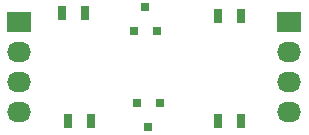
<source format=gts>
G04 #@! TF.FileFunction,Soldermask,Top*
%FSLAX46Y46*%
G04 Gerber Fmt 4.6, Leading zero omitted, Abs format (unit mm)*
G04 Created by KiCad (PCBNEW 0.201503020946+5465~21~ubuntu14.04.1-product) date Fri 20 Mar 2015 18:21:47 CET*
%MOMM*%
G01*
G04 APERTURE LIST*
%ADD10C,0.100000*%
%ADD11R,2.032000X1.727200*%
%ADD12O,2.032000X1.727200*%
%ADD13R,0.700000X1.300000*%
%ADD14R,0.800100X0.800100*%
G04 APERTURE END LIST*
D10*
D11*
X149860000Y-106680000D03*
D12*
X149860000Y-109220000D03*
X149860000Y-111760000D03*
X149860000Y-114300000D03*
D11*
X172720000Y-106680000D03*
D12*
X172720000Y-109220000D03*
X172720000Y-111760000D03*
X172720000Y-114300000D03*
D13*
X153482000Y-105918000D03*
X155382000Y-105918000D03*
X153990000Y-115062000D03*
X155890000Y-115062000D03*
X168590000Y-115062000D03*
X166690000Y-115062000D03*
X168590000Y-106172000D03*
X166690000Y-106172000D03*
D14*
X159578000Y-107426760D03*
X161478000Y-107426760D03*
X160528000Y-105427780D03*
X161732000Y-113553240D03*
X159832000Y-113553240D03*
X160782000Y-115552220D03*
M02*

</source>
